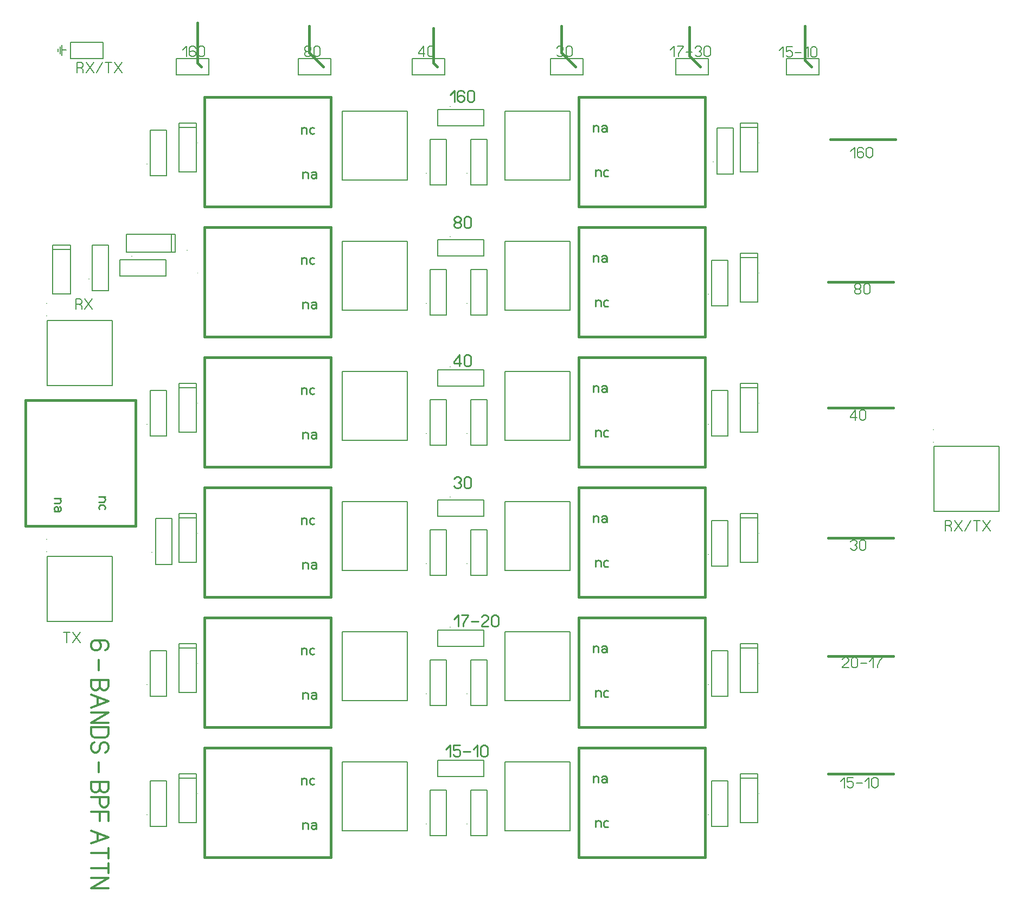
<source format=gbr>
%FSLAX34Y34*%
%MOMM*%
%LNSILK_TOP*%
G71*
G01*
%ADD10C,0.200*%
%ADD11C,0.150*%
%ADD12C,0.167*%
%ADD13C,0.144*%
%ADD14C,0.333*%
%ADD15C,0.222*%
%ADD16C,0.400*%
%ADD17C,0.111*%
%LPD*%
G54D10*
X-260900Y112914D02*
X-254900Y118914D01*
X-254900Y102914D01*
G54D10*
X-240900Y115914D02*
X-242100Y117914D01*
X-244500Y118914D01*
X-246900Y118914D01*
X-249300Y117914D01*
X-250500Y115914D01*
X-250500Y110914D01*
X-250500Y109914D01*
X-246900Y111914D01*
X-244500Y111914D01*
X-242100Y110914D01*
X-240900Y108914D01*
X-240900Y105914D01*
X-242100Y103914D01*
X-244500Y102914D01*
X-246900Y102914D01*
X-249300Y103914D01*
X-250500Y105914D01*
X-250500Y110914D01*
G54D10*
X-226900Y115914D02*
X-226900Y105914D01*
X-228100Y103914D01*
X-230500Y102914D01*
X-232900Y102914D01*
X-235300Y103914D01*
X-236500Y105914D01*
X-236500Y115914D01*
X-235300Y117914D01*
X-232900Y118914D01*
X-230500Y118914D01*
X-228100Y117914D01*
X-226900Y115914D01*
G54D11*
X-270696Y74288D02*
X-270696Y99688D01*
X-219896Y99688D01*
X-219896Y74288D01*
X-270696Y74288D01*
G54D10*
X-64400Y110914D02*
X-66800Y110914D01*
X-69200Y111914D01*
X-70400Y113914D01*
X-70400Y115914D01*
X-69200Y117914D01*
X-66800Y118914D01*
X-64400Y118914D01*
X-62000Y117914D01*
X-60800Y115914D01*
X-60800Y113914D01*
X-62000Y111914D01*
X-64400Y110914D01*
X-62000Y109914D01*
X-60800Y107914D01*
X-60800Y105914D01*
X-62000Y103914D01*
X-64400Y102914D01*
X-66800Y102914D01*
X-69200Y103914D01*
X-70400Y105914D01*
X-70400Y107914D01*
X-69200Y109914D01*
X-66800Y110914D01*
G54D10*
X-46800Y115914D02*
X-46800Y105914D01*
X-48000Y103914D01*
X-50400Y102914D01*
X-52800Y102914D01*
X-55200Y103914D01*
X-56400Y105914D01*
X-56400Y115914D01*
X-55200Y117914D01*
X-52800Y118914D01*
X-50400Y118914D01*
X-48000Y117914D01*
X-46800Y115914D01*
G54D11*
X-80196Y74288D02*
X-80196Y99688D01*
X-29396Y99688D01*
X-29396Y74288D01*
X-80196Y74288D01*
G54D11*
X242000Y17850D02*
X343600Y17850D01*
X343600Y-90100D01*
X242000Y-90100D01*
X242000Y17850D01*
G54D11*
X208806Y-5262D02*
X208806Y20138D01*
X137206Y20138D01*
X137206Y-5262D01*
X208806Y-5262D01*
G54D12*
X156150Y25529D02*
X156150Y25529D01*
G54D11*
X-12000Y17850D02*
X89600Y17850D01*
X89600Y-90100D01*
X-12000Y-90100D01*
X-12000Y17850D01*
G54D11*
X150360Y-26312D02*
X124960Y-26312D01*
X124960Y-97912D01*
X150360Y-97912D01*
X150360Y-26312D01*
G54D12*
X119569Y-78968D02*
X119569Y-78968D01*
G54D11*
X213860Y-26312D02*
X188460Y-26312D01*
X188460Y-97912D01*
X213860Y-97912D01*
X213860Y-26312D01*
G54D12*
X183069Y-78968D02*
X183069Y-78968D01*
G54D11*
X-239600Y-77400D02*
X-267000Y-77400D01*
X-267000Y-1200D01*
X-239600Y-1200D01*
X-239600Y-77400D01*
G54D11*
X-267000Y-7500D02*
X-239600Y-7500D01*
G54D10*
X114600Y102914D02*
X114600Y118914D01*
X107400Y108914D01*
X107400Y106914D01*
X117000Y106914D01*
G54D10*
X131000Y115914D02*
X131000Y105914D01*
X129800Y103914D01*
X127400Y102914D01*
X125000Y102914D01*
X122600Y103914D01*
X121400Y105914D01*
X121400Y115914D01*
X122600Y117914D01*
X125000Y118914D01*
X127400Y118914D01*
X129800Y117914D01*
X131000Y115914D01*
G54D11*
X97604Y74288D02*
X97604Y99688D01*
X148404Y99688D01*
X148404Y74288D01*
X97604Y74288D01*
G54D10*
X323300Y115914D02*
X324500Y117914D01*
X326900Y118914D01*
X329300Y118914D01*
X331700Y117914D01*
X332900Y115914D01*
X332900Y113914D01*
X331700Y111914D01*
X329300Y110914D01*
X331700Y109914D01*
X332900Y107914D01*
X332900Y105914D01*
X331700Y103914D01*
X329300Y102914D01*
X326900Y102914D01*
X324500Y103914D01*
X323300Y105914D01*
G54D10*
X346900Y115914D02*
X346900Y105914D01*
X345700Y103914D01*
X343300Y102914D01*
X340900Y102914D01*
X338500Y103914D01*
X337300Y105914D01*
X337300Y115914D01*
X338500Y117914D01*
X340900Y118914D01*
X343300Y118914D01*
X345700Y117914D01*
X346900Y115914D01*
G54D11*
X313504Y74288D02*
X313504Y99688D01*
X364304Y99688D01*
X364304Y74288D01*
X313504Y74288D01*
G54D10*
X500492Y113022D02*
X506492Y119022D01*
X506492Y103022D01*
G54D10*
X510892Y119022D02*
X520492Y119022D01*
X519292Y117022D01*
X516892Y114022D01*
X514492Y110022D01*
X513292Y107022D01*
X513292Y103022D01*
G54D10*
X524892Y110022D02*
X534492Y110022D01*
G54D10*
X538892Y116022D02*
X540092Y118022D01*
X542492Y119022D01*
X544892Y119022D01*
X547292Y118022D01*
X548492Y116022D01*
X548492Y114022D01*
X547292Y112022D01*
X544892Y111022D01*
X547292Y110022D01*
X548492Y108022D01*
X548492Y106022D01*
X547292Y104022D01*
X544892Y103022D01*
X542492Y103022D01*
X540092Y104022D01*
X538892Y106022D01*
G54D10*
X562492Y116022D02*
X562492Y106022D01*
X561292Y104022D01*
X558892Y103022D01*
X556492Y103022D01*
X554092Y104022D01*
X552892Y106022D01*
X552892Y116022D01*
X554092Y118022D01*
X556492Y119022D01*
X558892Y119022D01*
X561292Y118022D01*
X562492Y116022D01*
G54D11*
X508696Y74396D02*
X508696Y99796D01*
X559496Y99796D01*
X559496Y74396D01*
X508696Y74396D01*
G54D11*
X-472400Y-309200D02*
X-370800Y-309200D01*
X-370800Y-410800D01*
X-472400Y-410800D01*
X-472400Y-309200D01*
G54D13*
X-473150Y-282450D02*
X-473150Y-282450D01*
G54D13*
X-473150Y-301950D02*
X-473150Y-301950D01*
G54D11*
X-472400Y-677500D02*
X-370800Y-677500D01*
X-370800Y-779100D01*
X-472400Y-779100D01*
X-472400Y-677500D01*
G54D13*
X-473150Y-650750D02*
X-473150Y-650750D01*
G54D13*
X-473150Y-670250D02*
X-473150Y-670250D01*
G54D11*
X-436450Y-267900D02*
X-463850Y-267900D01*
X-463850Y-191700D01*
X-436450Y-191700D01*
X-436450Y-267900D01*
G54D11*
X-463850Y-198000D02*
X-436450Y-198000D01*
G54D11*
X-376690Y-191412D02*
X-402090Y-191412D01*
X-402090Y-263012D01*
X-376690Y-263012D01*
X-376690Y-191412D01*
G54D12*
X-407481Y-244068D02*
X-407481Y-244068D01*
G54D10*
X-421200Y85514D02*
X-417600Y83514D01*
X-416400Y81514D01*
X-416400Y77514D01*
G54D10*
X-426000Y77514D02*
X-426000Y93514D01*
X-420000Y93514D01*
X-417600Y92514D01*
X-416400Y90514D01*
X-416400Y88514D01*
X-417600Y86514D01*
X-420000Y85514D01*
X-426000Y85514D01*
G54D10*
X-412000Y93514D02*
X-400000Y77514D01*
G54D10*
X-412000Y77514D02*
X-400000Y93514D01*
G54D10*
X-395600Y77514D02*
X-386000Y93514D01*
G54D10*
X-376800Y77514D02*
X-376800Y93514D01*
G54D10*
X-381600Y93514D02*
X-372000Y93514D01*
G54D10*
X-367600Y93514D02*
X-355600Y77514D01*
G54D10*
X-367600Y77514D02*
X-355600Y93514D01*
G54D11*
X-435796Y99688D02*
X-435796Y125088D01*
X-384996Y125088D01*
X-384996Y99688D01*
X-435796Y99688D01*
G54D10*
X-443129Y112917D02*
X-449480Y112917D01*
G54D10*
X-449480Y104980D02*
X-449479Y120855D01*
G54D10*
X-452654Y118474D02*
X-452654Y107361D01*
G54D10*
X-455829Y110536D02*
X-455829Y115298D01*
G54D10*
X-423150Y-283700D02*
X-419550Y-285700D01*
X-418350Y-287700D01*
X-418350Y-291700D01*
G54D10*
X-427950Y-291700D02*
X-427950Y-275700D01*
X-421950Y-275700D01*
X-419550Y-276700D01*
X-418350Y-278700D01*
X-418350Y-280700D01*
X-419550Y-282700D01*
X-421950Y-283700D01*
X-427950Y-283700D01*
G54D10*
X-413950Y-275700D02*
X-401950Y-291700D01*
G54D10*
X-413950Y-291700D02*
X-401950Y-275700D01*
G54D10*
X-442200Y-812400D02*
X-442200Y-796400D01*
G54D10*
X-447000Y-796400D02*
X-437400Y-796400D01*
G54D10*
X-433000Y-796400D02*
X-421000Y-812400D01*
G54D10*
X-433000Y-812400D02*
X-421000Y-796400D01*
G54D14*
X-382098Y-824408D02*
X-378765Y-822408D01*
X-377098Y-818408D01*
X-377098Y-814408D01*
X-378765Y-810408D01*
X-382098Y-808408D01*
X-390431Y-808408D01*
X-392098Y-808408D01*
X-388765Y-814408D01*
X-388765Y-818408D01*
X-390431Y-822408D01*
X-393765Y-824408D01*
X-398765Y-824408D01*
X-402098Y-822408D01*
X-403765Y-818408D01*
X-403765Y-814408D01*
X-402098Y-810408D01*
X-398765Y-808408D01*
X-390431Y-808408D01*
G54D14*
X-392098Y-839474D02*
X-392098Y-855474D01*
G54D14*
X-403765Y-870540D02*
X-377098Y-870540D01*
X-377098Y-880540D01*
X-378765Y-884540D01*
X-382098Y-886540D01*
X-385431Y-886540D01*
X-388765Y-884540D01*
X-390431Y-880540D01*
X-392098Y-884540D01*
X-395431Y-886540D01*
X-398765Y-886540D01*
X-402098Y-884540D01*
X-403765Y-880540D01*
X-403765Y-870540D01*
G54D14*
X-390431Y-870540D02*
X-390431Y-880540D01*
G54D14*
X-403765Y-893872D02*
X-377098Y-903872D01*
X-403765Y-913872D01*
G54D14*
X-393765Y-897872D02*
X-393765Y-909872D01*
G54D14*
X-403765Y-921206D02*
X-377098Y-921206D01*
X-403765Y-937206D01*
X-377098Y-937206D01*
G54D14*
X-403765Y-944538D02*
X-377098Y-944538D01*
X-377098Y-954538D01*
X-378765Y-958538D01*
X-382098Y-960538D01*
X-398765Y-960538D01*
X-402098Y-958538D01*
X-403765Y-954538D01*
X-403765Y-944538D01*
G54D14*
X-398765Y-967872D02*
X-402098Y-969872D01*
X-403765Y-973872D01*
X-403765Y-977872D01*
X-402098Y-981872D01*
X-398765Y-983872D01*
X-395431Y-983872D01*
X-392098Y-981872D01*
X-390431Y-977872D01*
X-390431Y-973872D01*
X-388765Y-969872D01*
X-385431Y-967872D01*
X-382098Y-967872D01*
X-378765Y-969872D01*
X-377098Y-973872D01*
X-377098Y-977872D01*
X-378765Y-981872D01*
X-382098Y-983872D01*
G54D14*
X-392098Y-998938D02*
X-392098Y-1014938D01*
G54D14*
X-403765Y-1030004D02*
X-377098Y-1030004D01*
X-377098Y-1040004D01*
X-378765Y-1044004D01*
X-382098Y-1046004D01*
X-385431Y-1046004D01*
X-388765Y-1044004D01*
X-390431Y-1040004D01*
X-392098Y-1044004D01*
X-395431Y-1046004D01*
X-398765Y-1046004D01*
X-402098Y-1044004D01*
X-403765Y-1040004D01*
X-403765Y-1030004D01*
G54D14*
X-390431Y-1030004D02*
X-390431Y-1040004D01*
G54D14*
X-403765Y-1053336D02*
X-377098Y-1053336D01*
X-377098Y-1063336D01*
X-378765Y-1067336D01*
X-382098Y-1069336D01*
X-385431Y-1069336D01*
X-388765Y-1067336D01*
X-390431Y-1063336D01*
X-390431Y-1053336D01*
G54D14*
X-403765Y-1076670D02*
X-377098Y-1076670D01*
X-377098Y-1090670D01*
G54D14*
X-390431Y-1076670D02*
X-390431Y-1090670D01*
G54D14*
X-403765Y-1105736D02*
X-377098Y-1115736D01*
X-403765Y-1125736D01*
G54D14*
X-393765Y-1109736D02*
X-393765Y-1121736D01*
G54D14*
X-403765Y-1141068D02*
X-377098Y-1141068D01*
G54D14*
X-377098Y-1133068D02*
X-377098Y-1149068D01*
G54D14*
X-403765Y-1164402D02*
X-377098Y-1164402D01*
G54D14*
X-377098Y-1156402D02*
X-377098Y-1172402D01*
G54D14*
X-403765Y-1179734D02*
X-377098Y-1179734D01*
X-403765Y-1195734D01*
X-377098Y-1195734D01*
G54D15*
X156250Y43261D02*
X162917Y49928D01*
X162917Y32150D01*
G54D15*
X178473Y46594D02*
X177139Y48817D01*
X174473Y49928D01*
X171806Y49928D01*
X169139Y48817D01*
X167806Y46594D01*
X167806Y41039D01*
X167806Y39928D01*
X171806Y42150D01*
X174473Y42150D01*
X177139Y41039D01*
X178473Y38817D01*
X178473Y35483D01*
X177139Y33261D01*
X174473Y32150D01*
X171806Y32150D01*
X169139Y33261D01*
X167806Y35483D01*
X167806Y41039D01*
G54D15*
X194029Y46594D02*
X194029Y35483D01*
X192695Y33261D01*
X190029Y32150D01*
X187362Y32150D01*
X184695Y33261D01*
X183362Y35483D01*
X183362Y46594D01*
X184695Y48817D01*
X187362Y49928D01*
X190029Y49928D01*
X192695Y48817D01*
X194029Y46594D01*
G54D11*
X681804Y74288D02*
X681804Y99688D01*
X732604Y99688D01*
X732604Y74288D01*
X681804Y74288D01*
G54D10*
X670600Y112000D02*
X676600Y118000D01*
X676600Y102000D01*
G54D10*
X690600Y118000D02*
X681000Y118000D01*
X681000Y111000D01*
X682200Y111000D01*
X684600Y112000D01*
X687000Y112000D01*
X689400Y111000D01*
X690600Y109000D01*
X690600Y105000D01*
X689400Y103000D01*
X687000Y102000D01*
X684600Y102000D01*
X682200Y103000D01*
X681000Y105000D01*
G54D10*
X695000Y109000D02*
X704600Y109000D01*
G54D10*
X709000Y112000D02*
X715000Y118000D01*
X715000Y102000D01*
G54D10*
X729000Y115000D02*
X729000Y105000D01*
X727800Y103000D01*
X725400Y102000D01*
X723000Y102000D01*
X720600Y103000D01*
X719400Y105000D01*
X719400Y115000D01*
X720600Y117000D01*
X723000Y118000D01*
X725400Y118000D01*
X727800Y117000D01*
X729000Y115000D01*
G54D16*
X-226778Y39769D02*
X-29928Y39769D01*
X-29928Y-131681D01*
X-226778Y-131681D01*
X-226778Y39769D01*
G54D15*
X-75624Y-17602D02*
X-75624Y-7602D01*
G54D15*
X-75624Y-9824D02*
X-74290Y-8268D01*
X-71624Y-7602D01*
X-68957Y-8268D01*
X-67624Y-9824D01*
X-67623Y-17602D01*
G54D15*
X-56068Y-8268D02*
X-58734Y-7602D01*
X-61401Y-8268D01*
X-62734Y-10491D01*
X-62734Y-14935D01*
X-61401Y-17157D01*
X-58734Y-17602D01*
X-56068Y-17157D01*
G54D15*
X-73429Y-87096D02*
X-73429Y-77096D01*
G54D15*
X-73429Y-79318D02*
X-72096Y-77763D01*
X-69429Y-77096D01*
X-66762Y-77763D01*
X-65429Y-79318D01*
X-65429Y-87096D01*
G54D15*
X-60540Y-78207D02*
X-57873Y-77096D01*
X-54674Y-77096D01*
X-52540Y-79318D01*
X-52540Y-87096D01*
G54D15*
X-52540Y-83763D02*
X-53873Y-81540D01*
X-56540Y-81096D01*
X-59207Y-81540D01*
X-60540Y-83763D01*
X-60007Y-85985D01*
X-57874Y-87096D01*
X-56540Y-87096D01*
X-56007Y-87096D01*
X-53873Y-85985D01*
X-52540Y-83763D01*
G54D11*
X-286041Y-11840D02*
X-311441Y-11840D01*
X-311441Y-83440D01*
X-286041Y-83440D01*
X-286041Y-11840D01*
G54D12*
X-316832Y-64495D02*
X-316832Y-64495D01*
G54D17*
X-237682Y-31153D02*
X-237682Y-31153D01*
G54D13*
X-254178Y-198931D02*
X-254178Y-198931D01*
G54D16*
X554272Y-131681D02*
X357422Y-131681D01*
X357422Y39769D01*
X554272Y39769D01*
X554272Y-131681D01*
G54D15*
X383606Y-84292D02*
X383606Y-74292D01*
G54D15*
X383606Y-76514D02*
X384939Y-74958D01*
X387606Y-74292D01*
X390272Y-74958D01*
X391606Y-76514D01*
X391606Y-84292D01*
G54D15*
X403161Y-74958D02*
X400495Y-74292D01*
X397828Y-74958D01*
X396495Y-77181D01*
X396494Y-81625D01*
X397828Y-83847D01*
X400495Y-84292D01*
X403161Y-83847D01*
G54D15*
X380034Y-14816D02*
X380034Y-4816D01*
G54D15*
X380034Y-7038D02*
X381367Y-5483D01*
X384034Y-4816D01*
X386701Y-5483D01*
X388034Y-7038D01*
X388034Y-14816D01*
G54D15*
X392923Y-5927D02*
X395590Y-4816D01*
X398790Y-4816D01*
X400923Y-7038D01*
X400923Y-14816D01*
G54D15*
X400923Y-11483D02*
X399590Y-9260D01*
X396923Y-8816D01*
X394256Y-9260D01*
X392923Y-11483D01*
X393456Y-13705D01*
X395590Y-14816D01*
X396923Y-14816D01*
X397456Y-14816D01*
X399590Y-13705D01*
X400923Y-11483D01*
G54D11*
X636700Y-77400D02*
X609300Y-77400D01*
X609300Y-1200D01*
X636700Y-1200D01*
X636700Y-77400D01*
G54D11*
X609300Y-7500D02*
X636700Y-7500D01*
G54D11*
X598259Y-8840D02*
X572859Y-8840D01*
X572859Y-80440D01*
X598259Y-80440D01*
X598259Y-8840D01*
G54D12*
X567468Y-61495D02*
X567468Y-61495D01*
G54D17*
X638618Y-31153D02*
X638618Y-31153D01*
G54D11*
X242000Y-185350D02*
X343600Y-185350D01*
X343600Y-293300D01*
X242000Y-293300D01*
X242000Y-185350D01*
G54D11*
X208806Y-208462D02*
X208806Y-183062D01*
X137206Y-183062D01*
X137206Y-208462D01*
X208806Y-208462D01*
G54D12*
X156150Y-177671D02*
X156150Y-177671D01*
G54D11*
X-12000Y-185350D02*
X89600Y-185350D01*
X89600Y-293300D01*
X-12000Y-293300D01*
X-12000Y-185350D01*
G54D11*
X150360Y-229512D02*
X124960Y-229512D01*
X124960Y-301112D01*
X150360Y-301112D01*
X150360Y-229512D01*
G54D12*
X119569Y-282168D02*
X119569Y-282168D01*
G54D11*
X213860Y-229512D02*
X188460Y-229512D01*
X188460Y-301112D01*
X213860Y-301112D01*
X213860Y-229512D01*
G54D12*
X183069Y-282168D02*
X183069Y-282168D01*
G54D15*
X169267Y-155811D02*
X166600Y-155811D01*
X163933Y-154700D01*
X162600Y-152478D01*
X162600Y-150256D01*
X163933Y-148033D01*
X166600Y-146922D01*
X169267Y-146922D01*
X171933Y-148033D01*
X173267Y-150256D01*
X173267Y-152478D01*
X171933Y-154700D01*
X169267Y-155811D01*
X171933Y-156922D01*
X173267Y-159144D01*
X173267Y-161367D01*
X171933Y-163589D01*
X169267Y-164700D01*
X166600Y-164700D01*
X163933Y-163589D01*
X162600Y-161367D01*
X162600Y-159144D01*
X163933Y-156922D01*
X166600Y-155811D01*
G54D15*
X188823Y-150256D02*
X188823Y-161367D01*
X187489Y-163589D01*
X184823Y-164700D01*
X182156Y-164700D01*
X179489Y-163589D01*
X178156Y-161367D01*
X178156Y-150256D01*
X179489Y-148033D01*
X182156Y-146922D01*
X184823Y-146922D01*
X187489Y-148033D01*
X188823Y-150256D01*
G54D16*
X-226778Y-163431D02*
X-29928Y-163431D01*
X-29928Y-334881D01*
X-226778Y-334881D01*
X-226778Y-163431D01*
G54D15*
X-75624Y-220802D02*
X-75624Y-210802D01*
G54D15*
X-75624Y-213024D02*
X-74290Y-211468D01*
X-71624Y-210802D01*
X-68957Y-211468D01*
X-67624Y-213024D01*
X-67623Y-220802D01*
G54D15*
X-56068Y-211468D02*
X-58734Y-210802D01*
X-61401Y-211468D01*
X-62734Y-213691D01*
X-62734Y-218135D01*
X-61401Y-220357D01*
X-58734Y-220802D01*
X-56068Y-220357D01*
G54D15*
X-73429Y-290296D02*
X-73429Y-280296D01*
G54D15*
X-73429Y-282518D02*
X-72096Y-280963D01*
X-69429Y-280296D01*
X-66762Y-280963D01*
X-65429Y-282518D01*
X-65429Y-290296D01*
G54D15*
X-60540Y-281407D02*
X-57873Y-280296D01*
X-54674Y-280296D01*
X-52540Y-282518D01*
X-52540Y-290296D01*
G54D15*
X-52540Y-286963D02*
X-53873Y-284740D01*
X-56540Y-284296D01*
X-59207Y-284740D01*
X-60540Y-286963D01*
X-60007Y-289185D01*
X-57874Y-290296D01*
X-56540Y-290296D01*
X-56007Y-290296D01*
X-53873Y-289185D01*
X-52540Y-286963D01*
G54D11*
X-287535Y-239584D02*
X-287535Y-214183D01*
X-359135Y-214183D01*
X-359135Y-239583D01*
X-287535Y-239584D01*
G54D12*
X-340191Y-208792D02*
X-340191Y-208792D01*
G54D17*
X-237682Y-234353D02*
X-237682Y-234353D01*
G54D16*
X554272Y-334881D02*
X357422Y-334881D01*
X357422Y-163431D01*
X554272Y-163431D01*
X554272Y-334881D01*
G54D15*
X383606Y-287492D02*
X383606Y-277492D01*
G54D15*
X383606Y-279714D02*
X384939Y-278158D01*
X387606Y-277492D01*
X390272Y-278158D01*
X391606Y-279714D01*
X391606Y-287492D01*
G54D15*
X403161Y-278158D02*
X400495Y-277492D01*
X397828Y-278158D01*
X396495Y-280381D01*
X396494Y-284825D01*
X397828Y-287047D01*
X400495Y-287492D01*
X403161Y-287047D01*
G54D15*
X380034Y-218016D02*
X380034Y-208016D01*
G54D15*
X380034Y-210238D02*
X381367Y-208683D01*
X384034Y-208016D01*
X386701Y-208683D01*
X388034Y-210238D01*
X388034Y-218016D01*
G54D15*
X392923Y-209127D02*
X395590Y-208016D01*
X398790Y-208016D01*
X400923Y-210238D01*
X400923Y-218016D01*
G54D15*
X400923Y-214683D02*
X399590Y-212460D01*
X396923Y-212016D01*
X394256Y-212460D01*
X392923Y-214683D01*
X393456Y-216905D01*
X395590Y-218016D01*
X396923Y-218016D01*
X397456Y-218016D01*
X399590Y-216905D01*
X400923Y-214683D01*
G54D11*
X636700Y-280600D02*
X609300Y-280600D01*
X609300Y-204400D01*
X636700Y-204400D01*
X636700Y-280600D01*
G54D11*
X609300Y-210700D02*
X636700Y-210700D01*
G54D11*
X590259Y-215040D02*
X564859Y-215040D01*
X564859Y-286640D01*
X590259Y-286640D01*
X590259Y-215040D01*
G54D12*
X559468Y-267695D02*
X559468Y-267695D01*
G54D17*
X638618Y-234353D02*
X638618Y-234353D01*
G54D11*
X242000Y-388550D02*
X343600Y-388550D01*
X343600Y-496500D01*
X242000Y-496500D01*
X242000Y-388550D01*
G54D11*
X208806Y-411662D02*
X208806Y-386262D01*
X137206Y-386262D01*
X137206Y-411662D01*
X208806Y-411662D01*
G54D12*
X156150Y-380871D02*
X156150Y-380871D01*
G54D11*
X-12000Y-388550D02*
X89600Y-388550D01*
X89600Y-496500D01*
X-12000Y-496500D01*
X-12000Y-388550D01*
G54D11*
X150360Y-432712D02*
X124960Y-432712D01*
X124960Y-504312D01*
X150360Y-504312D01*
X150360Y-432712D01*
G54D12*
X119569Y-485368D02*
X119569Y-485368D01*
G54D11*
X213860Y-432712D02*
X188460Y-432712D01*
X188460Y-504312D01*
X213860Y-504312D01*
X213860Y-432712D01*
G54D12*
X183069Y-485368D02*
X183069Y-485368D01*
G54D11*
X-239600Y-483800D02*
X-267000Y-483800D01*
X-267000Y-407600D01*
X-239600Y-407600D01*
X-239600Y-483800D01*
G54D11*
X-267000Y-413900D02*
X-239600Y-413900D01*
G54D15*
X170600Y-380600D02*
X170600Y-362822D01*
X162600Y-373933D01*
X162600Y-376156D01*
X173267Y-376156D01*
G54D15*
X188823Y-366156D02*
X188823Y-377267D01*
X187489Y-379489D01*
X184823Y-380600D01*
X182156Y-380600D01*
X179489Y-379489D01*
X178156Y-377267D01*
X178156Y-366156D01*
X179489Y-363933D01*
X182156Y-362822D01*
X184823Y-362822D01*
X187489Y-363933D01*
X188823Y-366156D01*
G54D16*
X-226778Y-366631D02*
X-29928Y-366631D01*
X-29928Y-538081D01*
X-226778Y-538081D01*
X-226778Y-366631D01*
G54D15*
X-75624Y-424002D02*
X-75624Y-414002D01*
G54D15*
X-75624Y-416224D02*
X-74290Y-414668D01*
X-71624Y-414002D01*
X-68957Y-414668D01*
X-67624Y-416224D01*
X-67623Y-424002D01*
G54D15*
X-56068Y-414668D02*
X-58734Y-414002D01*
X-61401Y-414668D01*
X-62734Y-416891D01*
X-62734Y-421335D01*
X-61401Y-423557D01*
X-58734Y-424002D01*
X-56068Y-423557D01*
G54D15*
X-73429Y-493496D02*
X-73429Y-483496D01*
G54D15*
X-73429Y-485718D02*
X-72096Y-484163D01*
X-69429Y-483496D01*
X-66762Y-484163D01*
X-65429Y-485718D01*
X-65429Y-493496D01*
G54D15*
X-60540Y-484607D02*
X-57873Y-483496D01*
X-54674Y-483496D01*
X-52540Y-485718D01*
X-52540Y-493496D01*
G54D15*
X-52540Y-490163D02*
X-53873Y-487940D01*
X-56540Y-487496D01*
X-59207Y-487940D01*
X-60540Y-490163D01*
X-60007Y-492385D01*
X-57874Y-493496D01*
X-56540Y-493496D01*
X-56007Y-493496D01*
X-53873Y-492385D01*
X-52540Y-490163D01*
G54D11*
X-286041Y-418240D02*
X-311441Y-418240D01*
X-311441Y-489840D01*
X-286041Y-489840D01*
X-286041Y-418240D01*
G54D12*
X-316832Y-470895D02*
X-316832Y-470895D01*
G54D17*
X-237682Y-437553D02*
X-237682Y-437553D01*
G54D16*
X554272Y-538081D02*
X357422Y-538081D01*
X357422Y-366631D01*
X554272Y-366631D01*
X554272Y-538081D01*
G54D15*
X383606Y-490692D02*
X383606Y-480692D01*
G54D15*
X383606Y-482914D02*
X384939Y-481358D01*
X387606Y-480692D01*
X390272Y-481358D01*
X391606Y-482914D01*
X391606Y-490692D01*
G54D15*
X403161Y-481358D02*
X400495Y-480692D01*
X397828Y-481358D01*
X396495Y-483581D01*
X396494Y-488025D01*
X397828Y-490247D01*
X400495Y-490692D01*
X403161Y-490247D01*
G54D15*
X380034Y-421216D02*
X380034Y-411216D01*
G54D15*
X380034Y-413438D02*
X381367Y-411883D01*
X384034Y-411216D01*
X386701Y-411883D01*
X388034Y-413438D01*
X388034Y-421216D01*
G54D15*
X392923Y-412327D02*
X395590Y-411216D01*
X398790Y-411216D01*
X400923Y-413438D01*
X400923Y-421216D01*
G54D15*
X400923Y-417883D02*
X399590Y-415660D01*
X396923Y-415216D01*
X394256Y-415660D01*
X392923Y-417883D01*
X393456Y-420105D01*
X395590Y-421216D01*
X396923Y-421216D01*
X397456Y-421216D01*
X399590Y-420105D01*
X400923Y-417883D01*
G54D11*
X636700Y-483800D02*
X609300Y-483800D01*
X609300Y-407600D01*
X636700Y-407600D01*
X636700Y-483800D01*
G54D11*
X609300Y-413900D02*
X636700Y-413900D01*
G54D11*
X590259Y-418240D02*
X564859Y-418240D01*
X564859Y-489840D01*
X590259Y-489840D01*
X590259Y-418240D01*
G54D12*
X559468Y-470895D02*
X559468Y-470895D01*
G54D17*
X638618Y-437553D02*
X638618Y-437553D01*
G54D11*
X242000Y-591750D02*
X343600Y-591750D01*
X343600Y-699700D01*
X242000Y-699700D01*
X242000Y-591750D01*
G54D11*
X208806Y-614862D02*
X208806Y-589462D01*
X137206Y-589462D01*
X137206Y-614862D01*
X208806Y-614862D01*
G54D12*
X156150Y-584071D02*
X156150Y-584071D01*
G54D11*
X-12000Y-591750D02*
X89600Y-591750D01*
X89600Y-699700D01*
X-12000Y-699700D01*
X-12000Y-591750D01*
G54D11*
X150360Y-635912D02*
X124960Y-635912D01*
X124960Y-707512D01*
X150360Y-707512D01*
X150360Y-635912D01*
G54D12*
X119569Y-688568D02*
X119569Y-688568D01*
G54D11*
X213860Y-635912D02*
X188460Y-635912D01*
X188460Y-707512D01*
X213860Y-707512D01*
X213860Y-635912D01*
G54D12*
X183069Y-688568D02*
X183069Y-688568D01*
G54D11*
X-239600Y-687000D02*
X-267000Y-687000D01*
X-267000Y-610800D01*
X-239600Y-610800D01*
X-239600Y-687000D01*
G54D11*
X-267000Y-617100D02*
X-239600Y-617100D01*
G54D15*
X162600Y-556656D02*
X163933Y-554433D01*
X166600Y-553322D01*
X169267Y-553322D01*
X171933Y-554433D01*
X173267Y-556656D01*
X173267Y-558878D01*
X171933Y-561100D01*
X169267Y-562211D01*
X171933Y-563322D01*
X173267Y-565544D01*
X173267Y-567767D01*
X171933Y-569989D01*
X169267Y-571100D01*
X166600Y-571100D01*
X163933Y-569989D01*
X162600Y-567767D01*
G54D15*
X188823Y-556656D02*
X188823Y-567767D01*
X187489Y-569989D01*
X184823Y-571100D01*
X182156Y-571100D01*
X179489Y-569989D01*
X178156Y-567767D01*
X178156Y-556656D01*
X179489Y-554433D01*
X182156Y-553322D01*
X184823Y-553322D01*
X187489Y-554433D01*
X188823Y-556656D01*
G54D16*
X-226778Y-569831D02*
X-29928Y-569831D01*
X-29928Y-741281D01*
X-226778Y-741281D01*
X-226778Y-569831D01*
G54D15*
X-75624Y-627202D02*
X-75624Y-617202D01*
G54D15*
X-75624Y-619424D02*
X-74290Y-617868D01*
X-71624Y-617202D01*
X-68957Y-617868D01*
X-67624Y-619424D01*
X-67623Y-627202D01*
G54D15*
X-56068Y-617868D02*
X-58734Y-617202D01*
X-61401Y-617868D01*
X-62734Y-620091D01*
X-62734Y-624535D01*
X-61401Y-626757D01*
X-58734Y-627202D01*
X-56068Y-626757D01*
G54D15*
X-73429Y-696696D02*
X-73429Y-686696D01*
G54D15*
X-73429Y-688918D02*
X-72096Y-687363D01*
X-69429Y-686696D01*
X-66762Y-687363D01*
X-65429Y-688918D01*
X-65429Y-696696D01*
G54D15*
X-60540Y-687807D02*
X-57873Y-686696D01*
X-54674Y-686696D01*
X-52540Y-688918D01*
X-52540Y-696696D01*
G54D15*
X-52540Y-693363D02*
X-53873Y-691140D01*
X-56540Y-690696D01*
X-59207Y-691140D01*
X-60540Y-693363D01*
X-60007Y-695585D01*
X-57874Y-696696D01*
X-56540Y-696696D01*
X-56007Y-696696D01*
X-53873Y-695585D01*
X-52540Y-693363D01*
G54D11*
X-278041Y-618440D02*
X-303441Y-618440D01*
X-303441Y-690040D01*
X-278041Y-690040D01*
X-278041Y-618440D01*
G54D12*
X-308832Y-671095D02*
X-308832Y-671095D01*
G54D17*
X-237682Y-640753D02*
X-237682Y-640753D01*
G54D16*
X554272Y-741281D02*
X357422Y-741281D01*
X357422Y-569831D01*
X554272Y-569831D01*
X554272Y-741281D01*
G54D15*
X383606Y-693892D02*
X383606Y-683892D01*
G54D15*
X383606Y-686114D02*
X384939Y-684558D01*
X387606Y-683892D01*
X390272Y-684558D01*
X391606Y-686114D01*
X391606Y-693892D01*
G54D15*
X403161Y-684558D02*
X400495Y-683892D01*
X397828Y-684558D01*
X396495Y-686781D01*
X396494Y-691225D01*
X397828Y-693447D01*
X400495Y-693892D01*
X403161Y-693447D01*
G54D15*
X380034Y-624416D02*
X380034Y-614416D01*
G54D15*
X380034Y-616638D02*
X381367Y-615083D01*
X384034Y-614416D01*
X386701Y-615083D01*
X388034Y-616638D01*
X388034Y-624416D01*
G54D15*
X392923Y-615527D02*
X395590Y-614416D01*
X398790Y-614416D01*
X400923Y-616638D01*
X400923Y-624416D01*
G54D15*
X400923Y-621083D02*
X399590Y-618860D01*
X396923Y-618416D01*
X394256Y-618860D01*
X392923Y-621083D01*
X393456Y-623305D01*
X395590Y-624416D01*
X396923Y-624416D01*
X397456Y-624416D01*
X399590Y-623305D01*
X400923Y-621083D01*
G54D11*
X636700Y-687000D02*
X609300Y-687000D01*
X609300Y-610800D01*
X636700Y-610800D01*
X636700Y-687000D01*
G54D11*
X609300Y-617100D02*
X636700Y-617100D01*
G54D11*
X590259Y-621440D02*
X564859Y-621440D01*
X564859Y-693040D01*
X590259Y-693040D01*
X590259Y-621440D01*
G54D12*
X559468Y-674095D02*
X559468Y-674095D01*
G54D17*
X638618Y-640753D02*
X638618Y-640753D01*
G54D11*
X242000Y-794950D02*
X343600Y-794950D01*
X343600Y-902900D01*
X242000Y-902900D01*
X242000Y-794950D01*
G54D11*
X208806Y-818062D02*
X208806Y-792662D01*
X137206Y-792662D01*
X137206Y-818062D01*
X208806Y-818062D01*
G54D12*
X156150Y-787270D02*
X156150Y-787270D01*
G54D11*
X-12000Y-794950D02*
X89600Y-794950D01*
X89600Y-902900D01*
X-12000Y-902900D01*
X-12000Y-794950D01*
G54D11*
X150360Y-839112D02*
X124960Y-839112D01*
X124960Y-910712D01*
X150360Y-910712D01*
X150360Y-839112D01*
G54D12*
X119569Y-891768D02*
X119569Y-891768D01*
G54D11*
X213860Y-839112D02*
X188460Y-839112D01*
X188460Y-910712D01*
X213860Y-910712D01*
X213860Y-839112D01*
G54D12*
X183069Y-891768D02*
X183069Y-891768D01*
G54D11*
X-239600Y-890200D02*
X-267000Y-890200D01*
X-267000Y-814000D01*
X-239600Y-814000D01*
X-239600Y-890200D01*
G54D11*
X-267000Y-820300D02*
X-239600Y-820300D01*
G54D15*
X162600Y-775889D02*
X169267Y-769222D01*
X169267Y-787000D01*
G54D15*
X174156Y-769222D02*
X184823Y-769222D01*
X183489Y-771444D01*
X180823Y-774778D01*
X178156Y-779222D01*
X176823Y-782556D01*
X176823Y-787000D01*
G54D15*
X189712Y-779222D02*
X200379Y-779222D01*
G54D15*
X215935Y-787000D02*
X205268Y-787000D01*
X205268Y-785889D01*
X206601Y-783667D01*
X214601Y-777000D01*
X215935Y-774778D01*
X215935Y-772556D01*
X214601Y-770333D01*
X211935Y-769222D01*
X209268Y-769222D01*
X206601Y-770333D01*
X205268Y-772556D01*
G54D15*
X231491Y-772556D02*
X231491Y-783667D01*
X230157Y-785889D01*
X227491Y-787000D01*
X224824Y-787000D01*
X222157Y-785889D01*
X220824Y-783667D01*
X220824Y-772556D01*
X222157Y-770333D01*
X224824Y-769222D01*
X227491Y-769222D01*
X230157Y-770333D01*
X231491Y-772556D01*
G54D16*
X-226778Y-773031D02*
X-29928Y-773031D01*
X-29928Y-944481D01*
X-226778Y-944481D01*
X-226778Y-773031D01*
G54D15*
X-75624Y-830402D02*
X-75624Y-820402D01*
G54D15*
X-75624Y-822624D02*
X-74290Y-821068D01*
X-71624Y-820402D01*
X-68957Y-821068D01*
X-67624Y-822624D01*
X-67623Y-830402D01*
G54D15*
X-56068Y-821068D02*
X-58734Y-820402D01*
X-61401Y-821068D01*
X-62734Y-823290D01*
X-62734Y-827735D01*
X-61401Y-829958D01*
X-58734Y-830402D01*
X-56068Y-829957D01*
G54D15*
X-73429Y-899896D02*
X-73429Y-889896D01*
G54D15*
X-73429Y-892118D02*
X-72096Y-890563D01*
X-69429Y-889896D01*
X-66762Y-890563D01*
X-65429Y-892118D01*
X-65429Y-899896D01*
G54D15*
X-60540Y-891007D02*
X-57873Y-889896D01*
X-54674Y-889896D01*
X-52540Y-892118D01*
X-52540Y-899896D01*
G54D15*
X-52540Y-896563D02*
X-53873Y-894340D01*
X-56540Y-893896D01*
X-59207Y-894340D01*
X-60540Y-896562D01*
X-60007Y-898785D01*
X-57874Y-899896D01*
X-56540Y-899896D01*
X-56007Y-899896D01*
X-53873Y-898785D01*
X-52540Y-896563D01*
G54D11*
X-286041Y-824640D02*
X-311441Y-824640D01*
X-311441Y-896240D01*
X-286041Y-896240D01*
X-286041Y-824640D01*
G54D12*
X-316832Y-877296D02*
X-316832Y-877296D01*
G54D17*
X-237682Y-843954D02*
X-237682Y-843954D01*
G54D16*
X554272Y-944481D02*
X357422Y-944481D01*
X357422Y-773031D01*
X554272Y-773031D01*
X554272Y-944481D01*
G54D15*
X383606Y-897092D02*
X383606Y-887092D01*
G54D15*
X383606Y-889314D02*
X384939Y-887758D01*
X387606Y-887092D01*
X390272Y-887758D01*
X391606Y-889314D01*
X391606Y-897092D01*
G54D15*
X403161Y-887758D02*
X400495Y-887092D01*
X397828Y-887758D01*
X396495Y-889980D01*
X396494Y-894425D01*
X397828Y-896648D01*
X400495Y-897092D01*
X403161Y-896647D01*
G54D15*
X380034Y-827616D02*
X380034Y-817616D01*
G54D15*
X380034Y-819838D02*
X381367Y-818283D01*
X384034Y-817616D01*
X386701Y-818283D01*
X388034Y-819838D01*
X388034Y-827616D01*
G54D15*
X392923Y-818727D02*
X395590Y-817616D01*
X398790Y-817616D01*
X400923Y-819838D01*
X400923Y-827616D01*
G54D15*
X400923Y-824283D02*
X399590Y-822060D01*
X396923Y-821616D01*
X394256Y-822060D01*
X392923Y-824282D01*
X393456Y-826505D01*
X395590Y-827616D01*
X396923Y-827616D01*
X397456Y-827616D01*
X399590Y-826505D01*
X400923Y-824283D01*
G54D11*
X636700Y-890200D02*
X609300Y-890200D01*
X609300Y-814000D01*
X636700Y-814000D01*
X636700Y-890200D01*
G54D11*
X609300Y-820300D02*
X636700Y-820300D01*
G54D11*
X590259Y-824640D02*
X564859Y-824640D01*
X564859Y-896240D01*
X590259Y-896240D01*
X590259Y-824640D01*
G54D12*
X559468Y-877296D02*
X559468Y-877296D01*
G54D17*
X638618Y-843954D02*
X638618Y-843954D01*
G54D11*
X242000Y-998150D02*
X343600Y-998150D01*
X343600Y-1106100D01*
X242000Y-1106100D01*
X242000Y-998150D01*
G54D11*
X208806Y-1021262D02*
X208806Y-995862D01*
X137206Y-995862D01*
X137206Y-1021262D01*
X208806Y-1021262D01*
G54D12*
X156150Y-990470D02*
X156150Y-990470D01*
G54D11*
X-12000Y-998150D02*
X89600Y-998150D01*
X89600Y-1106100D01*
X-12000Y-1106100D01*
X-12000Y-998150D01*
G54D11*
X150360Y-1042312D02*
X124960Y-1042312D01*
X124960Y-1113912D01*
X150360Y-1113912D01*
X150360Y-1042312D01*
G54D12*
X119569Y-1094968D02*
X119569Y-1094968D01*
G54D11*
X213860Y-1042312D02*
X188460Y-1042312D01*
X188460Y-1113912D01*
X213860Y-1113912D01*
X213860Y-1042312D01*
G54D12*
X183069Y-1094968D02*
X183069Y-1094968D01*
G54D11*
X-239600Y-1093400D02*
X-267000Y-1093400D01*
X-267000Y-1017200D01*
X-239600Y-1017200D01*
X-239600Y-1093400D01*
G54D11*
X-267000Y-1023500D02*
X-239600Y-1023500D01*
G54D15*
X149900Y-979089D02*
X156567Y-972422D01*
X156567Y-990200D01*
G54D15*
X172123Y-972422D02*
X161456Y-972422D01*
X161456Y-980200D01*
X162789Y-980200D01*
X165456Y-979089D01*
X168123Y-979089D01*
X170789Y-980200D01*
X172123Y-982422D01*
X172123Y-986866D01*
X170789Y-989089D01*
X168123Y-990200D01*
X165456Y-990200D01*
X162789Y-989089D01*
X161456Y-986866D01*
G54D15*
X177012Y-982422D02*
X187679Y-982422D01*
G54D15*
X192568Y-979089D02*
X199235Y-972422D01*
X199235Y-990200D01*
G54D15*
X214791Y-975756D02*
X214791Y-986866D01*
X213457Y-989089D01*
X210791Y-990200D01*
X208124Y-990200D01*
X205457Y-989089D01*
X204124Y-986866D01*
X204124Y-975756D01*
X205457Y-973534D01*
X208124Y-972422D01*
X210791Y-972422D01*
X213457Y-973534D01*
X214791Y-975756D01*
G54D16*
X-226778Y-976231D02*
X-29928Y-976231D01*
X-29928Y-1147681D01*
X-226778Y-1147681D01*
X-226778Y-976231D01*
G54D15*
X-75624Y-1033602D02*
X-75624Y-1023602D01*
G54D15*
X-75624Y-1025824D02*
X-74290Y-1024268D01*
X-71624Y-1023602D01*
X-68957Y-1024268D01*
X-67624Y-1025824D01*
X-67623Y-1033602D01*
G54D15*
X-56068Y-1024268D02*
X-58734Y-1023602D01*
X-61401Y-1024268D01*
X-62734Y-1026490D01*
X-62734Y-1030935D01*
X-61401Y-1033158D01*
X-58734Y-1033602D01*
X-56068Y-1033157D01*
G54D15*
X-73429Y-1103096D02*
X-73429Y-1093096D01*
G54D15*
X-73429Y-1095318D02*
X-72096Y-1093763D01*
X-69429Y-1093096D01*
X-66762Y-1093763D01*
X-65429Y-1095318D01*
X-65429Y-1103096D01*
G54D15*
X-60540Y-1094207D02*
X-57873Y-1093096D01*
X-54674Y-1093096D01*
X-52540Y-1095318D01*
X-52540Y-1103096D01*
G54D15*
X-52540Y-1099763D02*
X-53873Y-1097540D01*
X-56540Y-1097096D01*
X-59207Y-1097540D01*
X-60540Y-1099762D01*
X-60007Y-1101985D01*
X-57874Y-1103096D01*
X-56540Y-1103096D01*
X-56007Y-1103096D01*
X-53873Y-1101985D01*
X-52540Y-1099763D01*
G54D11*
X-286041Y-1027840D02*
X-311441Y-1027840D01*
X-311441Y-1099440D01*
X-286041Y-1099440D01*
X-286041Y-1027840D01*
G54D12*
X-316832Y-1080496D02*
X-316832Y-1080496D01*
G54D17*
X-237682Y-1047154D02*
X-237682Y-1047154D01*
G54D16*
X554272Y-1147681D02*
X357422Y-1147681D01*
X357422Y-976231D01*
X554272Y-976231D01*
X554272Y-1147681D01*
G54D15*
X383606Y-1100292D02*
X383606Y-1090292D01*
G54D15*
X383606Y-1092514D02*
X384939Y-1090958D01*
X387606Y-1090292D01*
X390272Y-1090958D01*
X391606Y-1092514D01*
X391606Y-1100292D01*
G54D15*
X403161Y-1090958D02*
X400495Y-1090292D01*
X397828Y-1090958D01*
X396495Y-1093180D01*
X396494Y-1097625D01*
X397828Y-1099848D01*
X400495Y-1100292D01*
X403161Y-1099847D01*
G54D15*
X380034Y-1030816D02*
X380034Y-1020816D01*
G54D15*
X380034Y-1023038D02*
X381367Y-1021483D01*
X384034Y-1020816D01*
X386701Y-1021483D01*
X388034Y-1023038D01*
X388034Y-1030816D01*
G54D15*
X392923Y-1021927D02*
X395590Y-1020816D01*
X398790Y-1020816D01*
X400923Y-1023038D01*
X400923Y-1030816D01*
G54D15*
X400923Y-1027483D02*
X399590Y-1025260D01*
X396923Y-1024816D01*
X394256Y-1025260D01*
X392923Y-1027482D01*
X393456Y-1029705D01*
X395590Y-1030816D01*
X396923Y-1030816D01*
X397456Y-1030816D01*
X399590Y-1029705D01*
X400923Y-1027483D01*
G54D11*
X636700Y-1093400D02*
X609300Y-1093400D01*
X609300Y-1017200D01*
X636700Y-1017200D01*
X636700Y-1093400D01*
G54D11*
X609300Y-1023500D02*
X636700Y-1023500D01*
G54D11*
X590259Y-1027840D02*
X564859Y-1027840D01*
X564859Y-1099440D01*
X590259Y-1099440D01*
X590259Y-1027840D01*
G54D12*
X559468Y-1080496D02*
X559468Y-1080496D01*
G54D17*
X638618Y-1047154D02*
X638618Y-1047154D01*
G54D16*
X-334728Y-433431D02*
X-334728Y-630281D01*
X-506178Y-630281D01*
X-506178Y-433431D01*
X-334728Y-433431D01*
G54D15*
X-392099Y-584586D02*
X-382099Y-584586D01*
G54D15*
X-384321Y-584586D02*
X-382765Y-585919D01*
X-382099Y-588586D01*
X-382766Y-591252D01*
X-384321Y-592586D01*
X-392099Y-592586D01*
G54D15*
X-382766Y-604141D02*
X-382099Y-601475D01*
X-382766Y-598808D01*
X-384988Y-597475D01*
X-389432Y-597474D01*
X-391654Y-598808D01*
X-392099Y-601475D01*
X-391654Y-604141D01*
G54D15*
X-461593Y-586780D02*
X-451593Y-586780D01*
G54D15*
X-453815Y-586780D02*
X-452260Y-588113D01*
X-451593Y-590780D01*
X-452260Y-593447D01*
X-453815Y-594780D01*
X-461593Y-594780D01*
G54D15*
X-452704Y-599669D02*
X-451593Y-602336D01*
X-451593Y-605536D01*
X-453815Y-607669D01*
X-461593Y-607669D01*
G54D15*
X-458260Y-607669D02*
X-456038Y-606336D01*
X-455593Y-603669D01*
X-456037Y-601002D01*
X-458260Y-599669D01*
X-460482Y-600202D01*
X-461593Y-602336D01*
X-461593Y-603669D01*
X-461593Y-604202D01*
X-460482Y-606336D01*
X-458260Y-607669D01*
G54D11*
X-348550Y-202350D02*
X-348550Y-174950D01*
X-272350Y-174950D01*
X-272350Y-202350D01*
X-348550Y-202350D01*
G54D11*
X-278650Y-174950D02*
X-278650Y-202350D01*
G54D10*
X781750Y-44900D02*
X787750Y-38900D01*
X787750Y-54900D01*
G54D10*
X801750Y-41900D02*
X800550Y-39900D01*
X798150Y-38900D01*
X795750Y-38900D01*
X793350Y-39900D01*
X792150Y-41900D01*
X792150Y-46900D01*
X792150Y-47900D01*
X795750Y-45900D01*
X798150Y-45900D01*
X800550Y-46900D01*
X801750Y-48900D01*
X801750Y-51900D01*
X800550Y-53900D01*
X798150Y-54900D01*
X795750Y-54900D01*
X793350Y-53900D01*
X792150Y-51900D01*
X792150Y-46900D01*
G54D10*
X815750Y-41900D02*
X815750Y-51900D01*
X814550Y-53900D01*
X812150Y-54900D01*
X809750Y-54900D01*
X807350Y-53900D01*
X806150Y-51900D01*
X806150Y-41900D01*
X807350Y-39900D01*
X809750Y-38900D01*
X812150Y-38900D01*
X814550Y-39900D01*
X815750Y-41900D01*
G54D10*
X794100Y-259900D02*
X791700Y-259900D01*
X789300Y-258900D01*
X788100Y-256900D01*
X788100Y-254900D01*
X789300Y-252900D01*
X791700Y-251900D01*
X794100Y-251900D01*
X796500Y-252900D01*
X797700Y-254900D01*
X797700Y-256900D01*
X796500Y-258900D01*
X794100Y-259900D01*
X796500Y-260900D01*
X797700Y-262900D01*
X797700Y-264900D01*
X796500Y-266900D01*
X794100Y-267900D01*
X791700Y-267900D01*
X789300Y-266900D01*
X788100Y-264900D01*
X788100Y-262900D01*
X789300Y-260900D01*
X791700Y-259900D01*
G54D10*
X811700Y-254900D02*
X811700Y-264900D01*
X810500Y-266900D01*
X808100Y-267900D01*
X805700Y-267900D01*
X803300Y-266900D01*
X802100Y-264900D01*
X802100Y-254900D01*
X803300Y-252900D01*
X805700Y-251900D01*
X808100Y-251900D01*
X810500Y-252900D01*
X811700Y-254900D01*
G54D10*
X788950Y-464750D02*
X788950Y-448750D01*
X781750Y-458750D01*
X781750Y-460750D01*
X791350Y-460750D01*
G54D10*
X805350Y-451750D02*
X805350Y-461750D01*
X804150Y-463750D01*
X801750Y-464750D01*
X799350Y-464750D01*
X796950Y-463750D01*
X795750Y-461750D01*
X795750Y-451750D01*
X796950Y-449750D01*
X799350Y-448750D01*
X801750Y-448750D01*
X804150Y-449750D01*
X805350Y-451750D01*
G54D10*
X781750Y-654950D02*
X782950Y-652950D01*
X785350Y-651950D01*
X787750Y-651950D01*
X790150Y-652950D01*
X791350Y-654950D01*
X791350Y-656950D01*
X790150Y-658950D01*
X787750Y-659950D01*
X790150Y-660950D01*
X791350Y-662950D01*
X791350Y-664950D01*
X790150Y-666950D01*
X787750Y-667950D01*
X785350Y-667950D01*
X782950Y-666950D01*
X781750Y-664950D01*
G54D10*
X805350Y-654950D02*
X805350Y-664950D01*
X804150Y-666950D01*
X801750Y-667950D01*
X799350Y-667950D01*
X796950Y-666950D01*
X795750Y-664950D01*
X795750Y-654950D01*
X796950Y-652950D01*
X799350Y-651950D01*
X801750Y-651950D01*
X804150Y-652950D01*
X805350Y-654950D01*
G54D10*
X778650Y-851425D02*
X769050Y-851425D01*
X769050Y-850425D01*
X770250Y-848425D01*
X777450Y-842425D01*
X778650Y-840425D01*
X778650Y-838425D01*
X777450Y-836425D01*
X775050Y-835425D01*
X772650Y-835425D01*
X770250Y-836425D01*
X769050Y-838425D01*
G54D10*
X792650Y-838425D02*
X792650Y-848425D01*
X791450Y-850425D01*
X789050Y-851425D01*
X786650Y-851425D01*
X784250Y-850425D01*
X783050Y-848425D01*
X783050Y-838425D01*
X784250Y-836425D01*
X786650Y-835425D01*
X789050Y-835425D01*
X791450Y-836425D01*
X792650Y-838425D01*
G54D10*
X797050Y-844425D02*
X806650Y-844425D01*
G54D10*
X811050Y-841425D02*
X817050Y-835425D01*
X817050Y-851425D01*
G54D10*
X821450Y-835425D02*
X831050Y-835425D01*
X829850Y-837425D01*
X827450Y-840425D01*
X825050Y-844425D01*
X823850Y-847425D01*
X823850Y-851425D01*
G54D10*
X765875Y-1028750D02*
X771875Y-1022750D01*
X771875Y-1038750D01*
G54D10*
X785875Y-1022750D02*
X776275Y-1022750D01*
X776275Y-1029750D01*
X777475Y-1029750D01*
X779875Y-1028750D01*
X782275Y-1028750D01*
X784675Y-1029750D01*
X785875Y-1031750D01*
X785875Y-1035750D01*
X784675Y-1037750D01*
X782275Y-1038750D01*
X779875Y-1038750D01*
X777475Y-1037750D01*
X776275Y-1035750D01*
G54D10*
X790275Y-1031750D02*
X799875Y-1031750D01*
G54D10*
X804275Y-1028750D02*
X810275Y-1022750D01*
X810275Y-1038750D01*
G54D10*
X824275Y-1025750D02*
X824275Y-1035750D01*
X823075Y-1037750D01*
X820675Y-1038750D01*
X818275Y-1038750D01*
X815875Y-1037750D01*
X814675Y-1035750D01*
X814675Y-1025750D01*
X815875Y-1023750D01*
X818275Y-1022750D01*
X820675Y-1022750D01*
X823075Y-1023750D01*
X824275Y-1025750D01*
G54D16*
X750000Y-26600D02*
X851600Y-26600D01*
G54D16*
X746825Y-248850D02*
X848425Y-248850D01*
G54D16*
X746825Y-445700D02*
X848425Y-445700D01*
G54D16*
X746825Y-648900D02*
X848425Y-648900D01*
G54D16*
X746825Y-833050D02*
X848425Y-833050D01*
G54D16*
X746825Y-1017200D02*
X848425Y-1017200D01*
G54D11*
X911900Y-506050D02*
X1013500Y-506050D01*
X1013500Y-607650D01*
X911900Y-607650D01*
X911900Y-506050D01*
G54D13*
X911150Y-479300D02*
X911150Y-479300D01*
G54D13*
X911150Y-498800D02*
X911150Y-498800D01*
G54D10*
X934275Y-629500D02*
X937875Y-631500D01*
X939075Y-633500D01*
X939075Y-637500D01*
G54D10*
X929475Y-637500D02*
X929475Y-621500D01*
X935475Y-621500D01*
X937875Y-622500D01*
X939075Y-624500D01*
X939075Y-626500D01*
X937875Y-628500D01*
X935475Y-629500D01*
X929475Y-629500D01*
G54D10*
X943475Y-621500D02*
X955475Y-637500D01*
G54D10*
X943475Y-637500D02*
X955475Y-621500D01*
G54D10*
X959875Y-637500D02*
X969475Y-621500D01*
G54D10*
X978675Y-637500D02*
X978675Y-621500D01*
G54D10*
X973875Y-621500D02*
X983475Y-621500D01*
G54D10*
X987875Y-621500D02*
X999875Y-637500D01*
G54D10*
X987875Y-637500D02*
X999875Y-621500D01*
G54D16*
X-238000Y155500D02*
X-238000Y92550D01*
X-232425Y86975D01*
G54D16*
X-63600Y150500D02*
X-63600Y108650D01*
X-41925Y86975D01*
G54D16*
X130300Y147500D02*
X130300Y92550D01*
X135875Y86975D01*
G54D16*
X330100Y150500D02*
X330100Y108650D01*
X351775Y86975D01*
G54D16*
X530200Y148500D02*
X530200Y103850D01*
X546967Y87083D01*
G54D16*
X710200Y150500D02*
X710200Y96850D01*
X720075Y86975D01*
M02*

</source>
